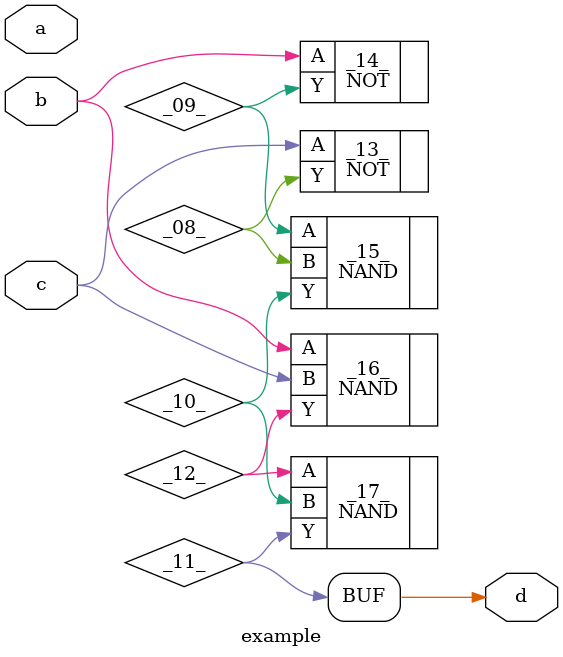
<source format=v>
/* Generated by Yosys 0.7 (git sha1 61f6811, i686-w64-mingw32.static-gcc 4.9.3 -Os) */

module example(a, b, c, d);
  wire _00_;
  wire _01_;
  wire _02_;
  wire _03_;
  wire _04_;
  wire _05_;
  wire _06_;
  wire _07_;
  wire _08_;
  wire _09_;
  wire _10_;
  wire _11_;
  wire _12_;
  input a;
  input b;
  input c;
  output d;
  NOT _13_ (
    .A(_05_),
    .Y(_08_)
  );
  NOT _14_ (
    .A(_06_),
    .Y(_09_)
  );
  NAND _15_ (
    .A(_09_),
    .B(_08_),
    .Y(_10_)
  );
  NAND _16_ (
    .A(_06_),
    .B(_05_),
    .Y(_12_)
  );
  NAND _17_ (
    .A(_12_),
    .B(_10_),
    .Y(_11_)
  );
  assign _05_ = c;
  assign _06_ = b;
  assign _07_ = a;
  assign d = _11_;
endmodule

</source>
